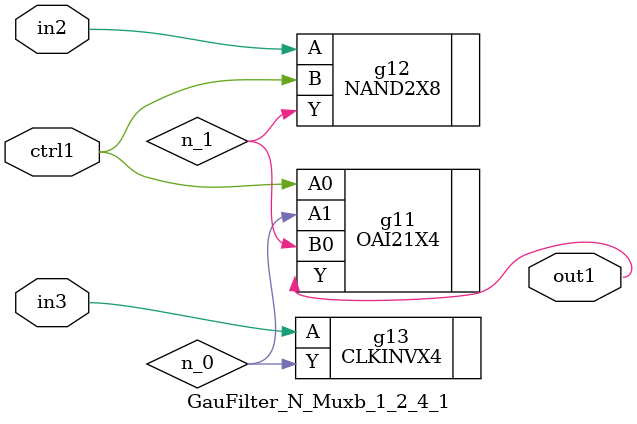
<source format=v>
`timescale 1ps / 1ps


module GauFilter_N_Muxb_1_2_4_1(in3, in2, ctrl1, out1);
  input in3, in2, ctrl1;
  output out1;
  wire in3, in2, ctrl1;
  wire out1;
  wire n_0, n_1;
  OAI21X4 g11(.A0 (ctrl1), .A1 (n_0), .B0 (n_1), .Y (out1));
  NAND2X8 g12(.A (in2), .B (ctrl1), .Y (n_1));
  CLKINVX4 g13(.A (in3), .Y (n_0));
endmodule


</source>
